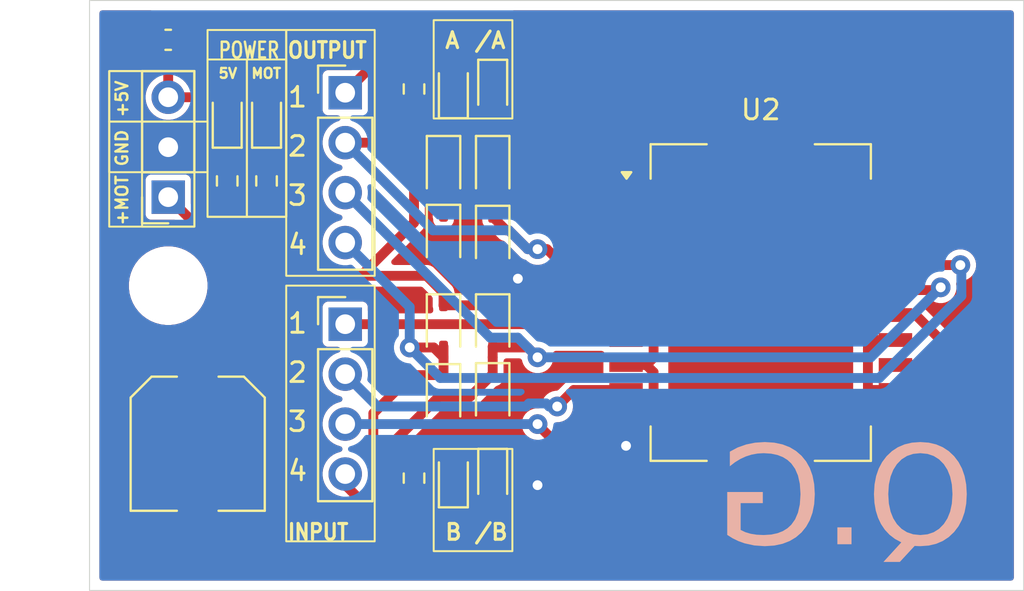
<source format=kicad_pcb>
(kicad_pcb (version 20241229) (generator "pcbnew") (generator_version "9.0")
  (layers (0 "F.Cu" signal) (2 "B.Cu" signal) (13 "F.Paste" user) (15 "B.Paste" user) (5 "F.SilkS" user "F.Silkscreen") (7 "B.SilkS" user "B.Silkscreen") (1 "F.Mask" user) (3 "B.Mask" user) (25 "Edge.Cuts" user))
  (net 0 "")
  (net 1 "+5V")
  (net 2 "GND")
  (net 3 "+24V")
  (net 4 "out_bobine1")
  (net 5 "out_bobine2")
  (net 6 "out_bobine3")
  (net 7 "out_bobine4")
  (net 8 "Net-(D14-K)")
  (net 9 "Net-(D15-A)")
  (net 10 "Net-(D17-A)")
  (net 11 "Net-(D19-K)")
  (net 12 "alim_bobine2")
  (net 13 "alim_bobine1")
  (net 14 "alim_bobine4")
  (net 15 "alim_bobine3")
  (footprint "Resistor_SMD:R_0603_1608Metric" (layer "F.Cu") (at 135.72 66.6425 -90)
    (property "Reference" "R5" (hide yes))
    (property "Value" "10K" (hide yes))
    (fp_line (start -0.237258 0.5225) (end 0.237258 0.5225) (stroke (width 0.12)) (layer "F.SilkS"))
    (fp_line (start -0.237258 -0.5225) (end 0.237258 -0.5225) (stroke (width 0.12)) (layer "F.SilkS"))
    (pad "1" smd roundrect (at -0.825 0 270) (size 0.8 0.95) (layers "F.Cu" "F.Mask" "F.Paste") (net 9 "Net-(D15-A)"))
    (pad "2" smd roundrect (at 0.825 0 270) (size 0.8 0.95) (layers "F.Cu" "F.Mask" "F.Paste") (net 6 "out_bobine3"))
  )
  (footprint "Diode_SMD:D_SOD-323" (layer "F.Cu") (at 139.72 58.905 -90)
    (property "Reference" "D5" (hide yes))
    (property "Value" "D" (hide yes))
    (fp_line (start -1.61 0.85) (end 1.05 0.85) (stroke (width 0.12)) (layer "F.SilkS"))
    (fp_line (start -1.61 -0.85) (end -1.61 0.85) (stroke (width 0.12)) (layer "F.SilkS"))
    (fp_line (start -1.61 -0.85) (end 1.05 -0.85) (stroke (width 0.12)) (layer "F.SilkS"))
    (pad "1" smd roundrect (at -1.05 0 270) (size 0.6 0.45) (layers "F.Cu" "F.Mask" "F.Paste") (net 3 "+24V"))
    (pad "2" smd roundrect (at 1.05 0 270) (size 0.6 0.45) (layers "F.Cu" "F.Mask" "F.Paste") (net 6 "out_bobine3"))
  )
  (footprint "Diode_SMD:D_SOD-323" (layer "F.Cu") (at 139.72 54.405 -90)
    (property "Reference" "D4" (hide yes))
    (property "Value" "D" (hide yes))
    (fp_line (start -1.61 0.85) (end 1.05 0.85) (stroke (width 0.12)) (layer "F.SilkS"))
    (fp_line (start -1.61 -0.85) (end -1.61 0.85) (stroke (width 0.12)) (layer "F.SilkS"))
    (fp_line (start -1.61 -0.85) (end 1.05 -0.85) (stroke (width 0.12)) (layer "F.SilkS"))
    (pad "1" smd roundrect (at -1.05 0 270) (size 0.6 0.45) (layers "F.Cu" "F.Mask" "F.Paste") (net 5 "out_bobine2"))
    (pad "2" smd roundrect (at 1.05 0 270) (size 0.6 0.45) (layers "F.Cu" "F.Mask" "F.Paste") (net 2 "GND"))
  )
  (footprint "LED_SMD:LED_0603_1608Metric" (layer "F.Cu") (at 128.22 48.355 90)
    (property "Reference" "D14" (hide yes))
    (property "Value" "LED_Yellow" (hide yes))
    (fp_line (start 0.8 -0.735) (end -1.485 -0.735) (stroke (width 0.12)) (layer "F.SilkS"))
    (fp_line (start -1.485 -0.735) (end -1.485 0.735) (stroke (width 0.12)) (layer "F.SilkS"))
    (fp_line (start -1.485 0.735) (end 0.8 0.735) (stroke (width 0.12)) (layer "F.SilkS"))
    (pad "1" smd roundrect (at -0.7875 0 90) (size 0.875 0.95) (layers "F.Cu" "F.Mask" "F.Paste") (net 8 "Net-(D14-K)"))
    (pad "2" smd roundrect (at 0.7875 0 90) (size 0.875 0.95) (layers "F.Cu" "F.Mask" "F.Paste") (net 3 "+24V"))
  )
  (footprint "Package_SO:HSOP-20-1EP_11.0x15.9mm_P1.27mm_SlugDown" (layer "F.Cu") (at 153.35 57.715)
    (property "Reference" "U2" (at 0 -9.8 0) (layer "F.SilkS"))
    (property "Value" "L298P")
    (fp_line (start -5.6 -8.05) (end -5.6 -6.3) (stroke (width 0.12)) (layer "F.SilkS"))
    (fp_line (start -5.6 8.05) (end -5.6 6.3) (stroke (width 0.12)) (layer "F.SilkS"))
    (fp_line (start -2.75 -8.05) (end -5.6 -8.05) (stroke (width 0.12)) (layer "F.SilkS"))
    (fp_line (start -2.75 8.05) (end -5.6 8.05) (stroke (width 0.12)) (layer "F.SilkS"))
    (fp_line (start 5.6 -8.05) (end 2.75 -8.05) (stroke (width 0.12)) (layer "F.SilkS"))
    (fp_line (start 5.6 -8.05) (end 5.6 -6.3) (stroke (width 0.12)) (layer "F.SilkS"))
    (fp_line (start 5.6 8.05) (end 2.75 8.05) (stroke (width 0.12)) (layer "F.SilkS"))
    (fp_line (start 5.6 8.05) (end 5.6 6.3) (stroke (width 0.12)) (layer "F.SilkS"))
    (fp_poly (pts (xy -6.825 -6.3) (xy -7.065 -6.63) (xy -6.585 -6.63) (xy -6.825 -6.3)) (stroke (width 0.12)) (fill yes) (layer "F.SilkS"))
    (pad "1" smd rect (at -6.85 -5.715) (size 1.7 0.7) (layers "F.Cu" "F.Mask" "F.Paste") (net 2 "GND"))
    (pad "2" smd rect (at -6.85 -4.445) (size 1.7 0.7) (layers "F.Cu" "F.Mask" "F.Paste") (net 2 "GND"))
    (pad "3" smd rect (at -6.85 -3.175) (size 1.7 0.7) (layers "F.Cu" "F.Mask" "F.Paste"))
    (pad "4" smd rect (at -6.85 -1.905) (size 1.7 0.7) (layers "F.Cu" "F.Mask" "F.Paste") (net 4 "out_bobine1"))
    (pad "5" smd rect (at -6.85 -0.635) (size 1.7 0.7) (layers "F.Cu" "F.Mask" "F.Paste") (net 5 "out_bobine2"))
    (pad "6" smd rect (at -6.85 0.635) (size 1.7 0.7) (layers "F.Cu" "F.Mask" "F.Paste") (net 3 "+24V"))
    (pad "7" smd rect (at -6.85 1.905) (size 1.7 0.7) (layers "F.Cu" "F.Mask" "F.Paste") (net 13 "alim_bobine1"))
    (pad "8" smd rect (at -6.85 3.175) (size 1.7 0.7) (layers "F.Cu" "F.Mask" "F.Paste") (net 1 "+5V"))
    (pad "9" smd rect (at -6.85 4.445) (size 1.7 0.7) (layers "F.Cu" "F.Mask" "F.Paste") (net 12 "alim_bobine2"))
    (pad "10" smd rect (at -6.85 5.715) (size 1.7 0.7) (layers "F.Cu" "F.Mask" "F.Paste") (net 2 "GND"))
    (pad "11" smd rect (at 6.85 5.715) (size 1.7 0.7) (layers "F.Cu" "F.Mask" "F.Paste") (net 2 "GND"))
    (pad "12" smd rect (at 6.85 4.445) (size 1.7 0.7) (layers "F.Cu" "F.Mask" "F.Paste") (net 1 "+5V"))
    (pad "13" smd rect (at 6.85 3.175) (size 1.7 0.7) (layers "F.Cu" "F.Mask" "F.Paste") (net 15 "alim_bobine3"))
    (pad "14" smd rect (at 6.85 1.905) (size 1.7 0.7) (layers "F.Cu" "F.Mask" "F.Paste") (net 1 "+5V"))
    (pad "15" smd rect (at 6.85 0.635) (size 1.7 0.7) (layers "F.Cu" "F.Mask" "F.Paste") (net 14 "alim_bobine4"))
    (pad "16" smd rect (at 6.85 -0.635) (size 1.7 0.7) (layers "F.Cu" "F.Mask" "F.Paste") (net 6 "out_bobine3"))
    (pad "17" smd rect (at 6.85 -1.905) (size 1.7 0.7) (layers "F.Cu" "F.Mask" "F.Paste") (net 7 "out_bobine4"))
    (pad "18" smd rect (at 6.85 -3.175) (size 1.7 0.7) (layers "F.Cu" "F.Mask" "F.Paste"))
    (pad "19" smd rect (at 6.85 -4.445) (size 1.7 0.7) (layers "F.Cu" "F.Mask" "F.Paste") (net 2 "GND"))
    (pad "20" smd rect (at 6.85 -5.715) (size 1.7 0.7) (layers "F.Cu" "F.Mask" "F.Paste") (net 2 "GND"))
    (pad "21" smd rect (at 0 -8.125) (size 5 1.45) (layers "F.Cu" "F.Mask" "F.Paste"))
    (pad "21" smd rect (at 0 0) (size 9.4 14.8) (layers "F.Cu" "F.Mask" "F.Paste"))
    (pad "21" smd rect (at 0 8.125) (size 5 1.45) (layers "F.Cu" "F.Mask" "F.Paste"))
  )
  (footprint "" (layer "F.Cu") (at 123.22 56.855)
    (property "Reference" "" (at 0 0 0) (layer "F.SilkS") (effects (font (size 1.27 1.27))))
    (property "Value" "")
    (pad "" np_thru_hole circle (at 0 0 270) (size 3.5 3.5) (drill 3.5) (layers "*.Cu" "*.Mask"))
  )
  (footprint "Diode_SMD:D_SOD-323" (layer "F.Cu") (at 137.22 54.355 -90)
    (property "Reference" "D2" (hide yes))
    (property "Value" "D" (hide yes))
    (fp_line (start -1.61 0.85) (end 1.05 0.85) (stroke (width 0.12)) (layer "F.SilkS"))
    (fp_line (start -1.61 -0.85) (end -1.61 0.85) (stroke (width 0.12)) (layer "F.SilkS"))
    (fp_line (start -1.61 -0.85) (end 1.05 -0.85) (stroke (width 0.12)) (layer "F.SilkS"))
    (pad "1" smd roundrect (at -1.05 0 270) (size 0.6 0.45) (layers "F.Cu" "F.Mask" "F.Paste") (net 4 "out_bobine1"))
    (pad "2" smd roundrect (at 1.05 0 270) (size 0.6 0.45) (layers "F.Cu" "F.Mask" "F.Paste") (net 2 "GND"))
  )
  (footprint "Diode_SMD:D_SOD-323" (layer "F.Cu") (at 139.72 50.855 -90)
    (property "Reference" "D3" (hide yes))
    (property "Value" "D" (hide yes))
    (fp_line (start -1.61 0.85) (end 1.05 0.85) (stroke (width 0.12)) (layer "F.SilkS"))
    (fp_line (start -1.61 -0.85) (end -1.61 0.85) (stroke (width 0.12)) (layer "F.SilkS"))
    (fp_line (start -1.61 -0.85) (end 1.05 -0.85) (stroke (width 0.12)) (layer "F.SilkS"))
    (pad "1" smd roundrect (at -1.05 0 270) (size 0.6 0.45) (layers "F.Cu" "F.Mask" "F.Paste") (net 3 "+24V"))
    (pad "2" smd roundrect (at 1.05 0 270) (size 0.6 0.45) (layers "F.Cu" "F.Mask" "F.Paste") (net 5 "out_bobine2"))
  )
  (footprint "LED_SMD:LED_0603_1608Metric" (layer "F.Cu") (at 137.72 46.855 90)
    (property "Reference" "D18" (hide yes))
    (property "Value" "LED_Blue" (hide yes))
    (fp_line (start 0.8 -0.735) (end -1.485 -0.735) (stroke (width 0.12)) (layer "F.SilkS"))
    (fp_line (start -1.485 -0.735) (end -1.485 0.735) (stroke (width 0.12)) (layer "F.SilkS"))
    (fp_line (start -1.485 0.735) (end 0.8 0.735) (stroke (width 0.12)) (layer "F.SilkS"))
    (pad "1" smd roundrect (at -0.7875 0 90) (size 0.875 0.95) (layers "F.Cu" "F.Mask" "F.Paste") (net 10 "Net-(D17-A)"))
    (pad "2" smd roundrect (at 0.7875 0 90) (size 0.875 0.95) (layers "F.Cu" "F.Mask" "F.Paste") (net 4 "out_bobine1"))
  )
  (footprint "Diode_SMD:D_SOD-323" (layer "F.Cu") (at 139.72 62.405 -90)
    (property "Reference" "D7" (hide yes))
    (property "Value" "D" (hide yes))
    (fp_line (start -1.61 0.85) (end 1.05 0.85) (stroke (width 0.12)) (layer "F.SilkS"))
    (fp_line (start -1.61 -0.85) (end -1.61 0.85) (stroke (width 0.12)) (layer "F.SilkS"))
    (fp_line (start -1.61 -0.85) (end 1.05 -0.85) (stroke (width 0.12)) (layer "F.SilkS"))
    (pad "1" smd roundrect (at -1.05 0 270) (size 0.6 0.45) (layers "F.Cu" "F.Mask" "F.Paste") (net 6 "out_bobine3"))
    (pad "2" smd roundrect (at 1.05 0 270) (size 0.6 0.45) (layers "F.Cu" "F.Mask" "F.Paste") (net 2 "GND"))
  )
  (footprint "Connector_PinSocket_2.54mm:PinSocket_1x03_P2.54mm_Vertical" (layer "F.Cu") (at 123.22 52.355 180)
    (property "Reference" "J3" (hide yes))
    (property "Value" "Screw_Terminal_01x03")
    (fp_line (start 1.33 1.27) (end 1.33 6.41) (stroke (width 0.12)) (layer "F.SilkS"))
    (fp_line (start 1.33 -1.33) (end 1.33 0) (stroke (width 0.12)) (layer "F.SilkS"))
    (fp_line (start 0 -1.33) (end 1.33 -1.33) (stroke (width 0.12)) (layer "F.SilkS"))
    (fp_line (start -1.33 6.41) (end 1.33 6.41) (stroke (width 0.12)) (layer "F.SilkS"))
    (fp_line (start -1.33 1.27) (end 1.33 1.27) (stroke (width 0.12)) (layer "F.SilkS"))
    (fp_line (start -1.33 1.27) (end -1.33 6.41) (stroke (width 0.12)) (layer "F.SilkS"))
    (pad "1" thru_hole rect (at 0 0 180) (size 1.7 1.7) (drill 1) (layers "*.Cu" "*.Mask") (net 3 "+24V"))
    (pad "2" thru_hole circle (at 0 2.54 180) (size 1.7 1.7) (drill 1) (layers "*.Cu" "*.Mask") (net 2 "GND"))
    (pad "3" thru_hole circle (at 0 5.08 180) (size 1.7 1.7) (drill 1) (layers "*.Cu" "*.Mask") (net 1 "+5V"))
  )
  (footprint "LED_SMD:LED_0603_1608Metric" (layer "F.Cu") (at 137.72 66.6425 90)
    (property "Reference" "D15" (hide yes))
    (property "Value" "LED_Blue" (hide yes))
    (fp_line (start 0.8 -0.735) (end -1.485 -0.735) (stroke (width 0.12)) (layer "F.SilkS"))
    (fp_line (start -1.485 -0.735) (end -1.485 0.735) (stroke (width 0.12)) (layer "F.SilkS"))
    (fp_line (start -1.485 0.735) (end 0.8 0.735) (stroke (width 0.12)) (layer "F.SilkS"))
    (pad "1" smd roundrect (at -0.7875 0 90) (size 0.875 0.95) (layers "F.Cu" "F.Mask" "F.Paste") (net 7 "out_bobine4"))
    (pad "2" smd roundrect (at 0.7875 0 90) (size 0.875 0.95) (layers "F.Cu" "F.Mask" "F.Paste") (net 9 "Net-(D15-A)"))
  )
  (footprint "Resistor_SMD:R_0603_1608Metric" (layer "F.Cu") (at 128.22 51.53 -90)
    (property "Reference" "R4" (hide yes))
    (property "Value" "10K" (hide yes))
    (fp_line (start -0.237258 0.5225) (end 0.237258 0.5225) (stroke (width 0.12)) (layer "F.SilkS"))
    (fp_line (start -0.237258 -0.5225) (end 0.237258 -0.5225) (stroke (width 0.12)) (layer "F.SilkS"))
    (pad "1" smd roundrect (at -0.825 0 270) (size 0.8 0.95) (layers "F.Cu" "F.Mask" "F.Paste") (net 8 "Net-(D14-K)"))
    (pad "2" smd roundrect (at 0.825 0 270) (size 0.8 0.95) (layers "F.Cu" "F.Mask" "F.Paste") (net 2 "GND"))
  )
  (footprint "LED_SMD:LED_0603_1608Metric" (layer "F.Cu") (at 139.72 66.6425 -90)
    (property "Reference" "D16" (hide yes))
    (property "Value" "LED_Blue" (hide yes))
    (fp_line (start -1.485 0.735) (end 0.8 0.735) (stroke (width 0.12)) (layer "F.SilkS"))
    (fp_line (start -1.485 -0.735) (end -1.485 0.735) (stroke (width 0.12)) (layer "F.SilkS"))
    (fp_line (start 0.8 -0.735) (end -1.485 -0.735) (stroke (width 0.12)) (layer "F.SilkS"))
    (pad "1" smd roundrect (at -0.7875 0 270) (size 0.875 0.95) (layers "F.Cu" "F.Mask" "F.Paste") (net 9 "Net-(D15-A)"))
    (pad "2" smd roundrect (at 0.7875 0 270) (size 0.875 0.95) (layers "F.Cu" "F.Mask" "F.Paste") (net 7 "out_bobine4"))
  )
  (footprint "Diode_SMD:D_SOD-323" (layer "F.Cu") (at 137.22 62.455 -90)
    (property "Reference" "D8" (hide yes))
    (property "Value" "D" (hide yes))
    (fp_line (start -1.61 0.85) (end 1.05 0.85) (stroke (width 0.12)) (layer "F.SilkS"))
    (fp_line (start -1.61 -0.85) (end -1.61 0.85) (stroke (width 0.12)) (layer "F.SilkS"))
    (fp_line (start -1.61 -0.85) (end 1.05 -0.85) (stroke (width 0.12)) (layer "F.SilkS"))
    (pad "1" smd roundrect (at -1.05 0 270) (size 0.6 0.45) (layers "F.Cu" "F.Mask" "F.Paste") (net 7 "out_bobine4"))
    (pad "2" smd roundrect (at 1.05 0 270) (size 0.6 0.45) (layers "F.Cu" "F.Mask" "F.Paste") (net 2 "GND"))
  )
  (footprint "Connector_PinHeader_2.54mm:PinHeader_1x04_P2.54mm_Vertical" (layer "F.Cu") (at 132.22 58.815)
    (property "Reference" "J2" (hide yes))
    (property "Value" "Screw_Terminal_01x04")
    (fp_line (start -1.38 -1.38) (end 0 -1.38) (stroke (width 0.12)) (layer "F.SilkS"))
    (fp_line (start -1.38 0) (end -1.38 -1.38) (stroke (width 0.12)) (layer "F.SilkS"))
    (fp_line (start -1.38 1.27) (end -1.38 9) (stroke (width 0.12)) (layer "F.SilkS"))
    (fp_line (start -1.38 1.27) (end 1.38 1.27) (stroke (width 0.12)) (layer "F.SilkS"))
    (fp_line (start -1.38 9) (end 1.38 9) (stroke (width 0.12)) (layer "F.SilkS"))
    (fp_line (start 1.38 1.27) (end 1.38 9) (stroke (width 0.12)) (layer "F.SilkS"))
    (pad "1" thru_hole rect (at 0 0) (size 1.7 1.7) (drill 1) (layers "*.Cu" "*.Mask") (net 13 "alim_bobine1"))
    (pad "2" thru_hole circle (at 0 2.54) (size 1.7 1.7) (drill 1) (layers "*.Cu" "*.Mask") (net 12 "alim_bobine2"))
    (pad "3" thru_hole circle (at 0 5.08) (size 1.7 1.7) (drill 1) (layers "*.Cu" "*.Mask") (net 15 "alim_bobine3"))
    (pad "4" thru_hole circle (at 0 7.62) (size 1.7 1.7) (drill 1) (layers "*.Cu" "*.Mask") (net 14 "alim_bobine4"))
  )
  (footprint "Diode_SMD:D_SOD-323" (layer "F.Cu") (at 137.22 58.905 -90)
    (property "Reference" "D6" (hide yes))
    (property "Value" "D" (hide yes))
    (fp_line (start -1.61 0.85) (end 1.05 0.85) (stroke (width 0.12)) (layer "F.SilkS"))
    (fp_line (start -1.61 -0.85) (end -1.61 0.85) (stroke (width 0.12)) (layer "F.SilkS"))
    (fp_line (start -1.61 -0.85) (end 1.05 -0.85) (stroke (width 0.12)) (layer "F.SilkS"))
    (pad "1" smd roundrect (at -1.05 0 270) (size 0.6 0.45) (layers "F.Cu" "F.Mask" "F.Paste") (net 3 "+24V"))
    (pad "2" smd roundrect (at 1.05 0 270) (size 0.6 0.45) (layers "F.Cu" "F.Mask" "F.Paste") (net 7 "out_bobine4"))
  )
  (footprint "Capacitor_SMD:C_Elec_6.3x7.7" (layer "F.Cu") (at 124.72 64.8925 -90)
    (property "Reference" "C2" (hide yes))
    (property "Value" "~" (hide yes))
    (fp_line (start -2.345563 3.41) (end 3.41 3.41) (stroke (width 0.12)) (layer "F.SilkS"))
    (fp_line (start 3.41 3.41) (end 3.41 1.06) (stroke (width 0.12)) (layer "F.SilkS"))
    (fp_line (start -3.41 2.345563) (end -2.345563 3.41) (stroke (width 0.12)) (layer "F.SilkS"))
    (fp_line (start -3.41 2.345563) (end -3.41 1.06) (stroke (width 0.12)) (layer "F.SilkS"))
    (fp_line (start -3.41 -2.345563) (end -3.41 -1.06) (stroke (width 0.12)) (layer "F.SilkS"))
    (fp_line (start -3.41 -2.345563) (end -2.345563 -3.41) (stroke (width 0.12)) (layer "F.SilkS"))
    (fp_line (start -2.345563 -3.41) (end 3.41 -3.41) (stroke (width 0.12)) (layer "F.SilkS"))
    (fp_line (start 3.41 -3.41) (end 3.41 -1.06) (stroke (width 0.12)) (layer "F.SilkS"))
    (pad "1" smd roundrect (at -2.5375 0 270) (size 3.325 1.6) (layers "F.Cu" "F.Mask" "F.Paste") (roundrect_rratio 0.15625) (net 3 "+24V"))
    (pad "2" smd roundrect (at 2.5375 0 270) (size 3.325 1.6) (layers "F.Cu" "F.Mask" "F.Paste") (roundrect_rratio 0.15625) (net 2 "GND"))
  )
  (footprint "Capacitor_SMD:C_0603_1608Metric" (layer "F.Cu") (at 123.22 44.355 180)
    (property "Reference" "C1" (hide yes))
    (property "Value" "100nF" (hide yes))
    (fp_line (start -0.14058 0.51) (end 0.14058 0.51) (stroke (width 0.12)) (layer "F.SilkS"))
    (fp_line (start -0.14058 -0.51) (end 0.14058 -0.51) (stroke (width 0.12)) (layer "F.SilkS"))
    (pad "1" smd roundrect (at -0.775 0 180) (size 0.9 0.95) (layers "F.Cu" "F.Mask" "F.Paste") (net 2 "GND"))
    (pad "2" smd roundrect (at 0.775 0 180) (size 0.9 0.95) (layers "F.Cu" "F.Mask" "F.Paste") (net 1 "+5V"))
  )
  (footprint "Diode_SMD:D_SOD-323" (layer "F.Cu") (at 137.22 50.855 -90)
    (property "Reference" "D1" (hide yes))
    (property "Value" "D" (hide yes))
    (fp_line (start -1.61 0.85) (end 1.05 0.85) (stroke (width 0.12)) (layer "F.SilkS"))
    (fp_line (start -1.61 -0.85) (end -1.61 0.85) (stroke (width 0.12)) (layer "F.SilkS"))
    (fp_line (start -1.61 -0.85) (end 1.05 -0.85) (stroke (width 0.12)) (layer "F.SilkS"))
    (pad "1" smd roundrect (at -1.05 0 270) (size 0.6 0.45) (layers "F.Cu" "F.Mask" "F.Paste") (net 3 "+24V"))
    (pad "2" smd roundrect (at 1.05 0 270) (size 0.6 0.45) (layers "F.Cu" "F.Mask" "F.Paste") (net 4 "out_bobine1"))
  )
  (footprint "Resistor_SMD:R_0603_1608Metric" (layer "F.Cu") (at 126.22 51.53 -90)
    (property "Reference" "R3" (hide yes))
    (property "Value" "2.2K" (hide yes))
    (fp_line (start -0.237258 0.5225) (end 0.237258 0.5225) (stroke (width 0.12)) (layer "F.SilkS"))
    (fp_line (start -0.237258 -0.5225) (end 0.237258 -0.5225) (stroke (width 0.12)) (layer "F.SilkS"))
    (pad "1" smd roundrect (at -0.825 0 270) (size 0.8 0.95) (layers "F.Cu" "F.Mask" "F.Paste") (net 11 "Net-(D19-K)"))
    (pad "2" smd roundrect (at 0.825 0 270) (size 0.8 0.95) (layers "F.Cu" "F.Mask" "F.Paste") (net 2 "GND"))
  )
  (footprint "LED_SMD:LED_0603_1608Metric" (layer "F.Cu") (at 139.72 46.855 -90)
    (property "Reference" "D17" (hide yes))
    (property "Value" "LED_Blue" (hide yes))
    (fp_line (start -1.485 0.735) (end 0.8 0.735) (stroke (width 0.12)) (layer "F.SilkS"))
    (fp_line (start -1.485 -0.735) (end -1.485 0.735) (stroke (width 0.12)) (layer "F.SilkS"))
    (fp_line (start 0.8 -0.735) (end -1.485 -0.735) (stroke (width 0.12)) (layer "F.SilkS"))
    (pad "1" smd roundrect (at -0.7875 0 270) (size 0.875 0.95) (layers "F.Cu" "F.Mask" "F.Paste") (net 4 "out_bobine1"))
    (pad "2" smd roundrect (at 0.7875 0 270) (size 0.875 0.95) (layers "F.Cu" "F.Mask" "F.Paste") (net 10 "Net-(D17-A)"))
  )
  (footprint "Connector_PinHeader_2.54mm:PinHeader_1x04_P2.54mm_Vertical" (layer "F.Cu") (at 132.22 47.045)
    (property "Reference" "J1" (hide yes))
    (property "Value" "Screw_Terminal_01x04")
    (fp_line (start -1.38 -1.38) (end 0 -1.38) (stroke (width 0.12)) (layer "F.SilkS"))
    (fp_line (start -1.38 0) (end -1.38 -1.38) (stroke (width 0.12)) (layer "F.SilkS"))
    (fp_line (start -1.38 1.27) (end -1.38 9) (stroke (width 0.12)) (layer "F.SilkS"))
    (fp_line (start -1.38 1.27) (end 1.38 1.27) (stroke (width 0.12)) (layer "F.SilkS"))
    (fp_line (start -1.38 9) (end 1.38 9) (stroke (width 0.12)) (layer "F.SilkS"))
    (fp_line (start 1.38 1.27) (end 1.38 9) (stroke (width 0.12)) (layer "F.SilkS"))
    (pad "1" thru_hole rect (at 0 0) (size 1.7 1.7) (drill 1) (layers "*.Cu" "*.Mask") (net 4 "out_bobine1"))
    (pad "2" thru_hole circle (at 0 2.54) (size 1.7 1.7) (drill 1) (layers "*.Cu" "*.Mask") (net 5 "out_bobine2"))
    (pad "3" thru_hole circle (at 0 5.08) (size 1.7 1.7) (drill 1) (layers "*.Cu" "*.Mask") (net 6 "out_bobine3"))
    (pad "4" thru_hole circle (at 0 7.62) (size 1.7 1.7) (drill 1) (layers "*.Cu" "*.Mask") (net 7 "out_bobine4"))
  )
  (footprint "LED_SMD:LED_0603_1608Metric" (layer "F.Cu") (at 126.22 48.355 90)
    (property "Reference" "D19" (hide yes))
    (property "Value" "LED_Yellow" (hide yes))
    (fp_line (start 0.8 -0.735) (end -1.485 -0.735) (stroke (width 0.12)) (layer "F.SilkS"))
    (fp_line (start -1.485 -0.735) (end -1.485 0.735) (stroke (width 0.12)) (layer "F.SilkS"))
    (fp_line (start -1.485 0.735) (end 0.8 0.735) (stroke (width 0.12)) (layer "F.SilkS"))
    (pad "1" smd roundrect (at -0.7875 0 90) (size 0.875 0.95) (layers "F.Cu" "F.Mask" "F.Paste") (net 11 "Net-(D19-K)"))
    (pad "2" smd roundrect (at 0.7875 0 90) (size 0.875 0.95) (layers "F.Cu" "F.Mask" "F.Paste") (net 1 "+5V"))
  )
  (footprint "Resistor_SMD:R_0603_1608Metric" (layer "F.Cu") (at 135.72 46.855 -90)
    (property "Reference" "R6" (hide yes))
    (property "Value" "10K" (hide yes))
    (fp_line (start -0.237258 0.5225) (end 0.237258 0.5225) (stroke (width 0.12)) (layer "F.SilkS"))
    (fp_line (start -0.237258 -0.5225) (end 0.237258 -0.5225) (stroke (width 0.12)) (layer "F.SilkS"))
    (pad "1" smd roundrect (at -0.825 0 270) (size 0.8 0.95) (layers "F.Cu" "F.Mask" "F.Paste") (net 10 "Net-(D17-A)"))
    (pad "2" smd roundrect (at 0.825 0 270) (size 0.8 0.95) (layers "F.Cu" "F.Mask" "F.Paste") (net 5 "out_bobine2"))
  )
  (gr_rect (start 120.22 48.515) (end 121.89 51.085) (stroke (width 0.1)) (fill no) (layer "F.SilkS"))
  (gr_rect (start 120.22 45.945) (end 124.55 48.515) (stroke (width 0.1)) (fill no) (layer "F.SilkS"))
  (gr_rect (start 121.89 51.085) (end 124.55 53.855) (stroke (width 0.1)) (fill no) (layer "F.SilkS"))
  (gr_rect (start 136.72 43.355) (end 140.72 48.355) (stroke (width 0.1)) (fill no) (layer "F.SilkS"))
  (gr_rect (start 129.22 56.855) (end 133.72 69.855) (stroke (width 0.1)) (fill no) (layer "F.SilkS"))
  (gr_rect (start 120.22 45.945) (end 124.55 53.855) (stroke (width 0.1)) (fill no) (layer "F.SilkS"))
  (gr_rect (start 129.22 43.855) (end 133.72 56.355) (stroke (width 0.1)) (fill no) (layer "F.SilkS"))
  (gr_rect (start 125.22 43.855) (end 129.22 53.355) (stroke (width 0.1)) (fill no) (layer "F.SilkS"))
  (gr_rect (start 125.22 45.355) (end 127.22 53.355) (stroke (width 0.1)) (fill no) (layer "F.SilkS"))
  (gr_rect (start 136.72 65.1575) (end 140.72 70.355) (stroke (width 0.1)) (fill no) (layer "F.SilkS"))
  (gr_rect (start 121.89 48.515) (end 125.22 51.085) (stroke (width 0.1)) (fill no) (layer "F.SilkS"))
  (gr_rect (start 127.22 45.355) (end 129.22 53.355) (stroke (width 0.1)) (fill no) (layer "F.SilkS"))
  (gr_rect (start 119.22 42.355) (end 166.72 72.355) (stroke (width 0.05)) (fill no) (layer "Edge.Cuts"))
  (gr_text "GND" (at 121.22 50.855 90) (layer "F.SilkS") (effects (font (size 0.6 0.6) (thickness 0.125) (bold yes)) (justify left bottom)))
  (gr_text "B" (at 137.22 69.855 0) (layer "F.SilkS") (effects (font (size 0.8 0.8) (thickness 0.16) (bold yes)) (justify left bottom)))
  (gr_text "/B" (at 138.72 69.855 0) (layer "F.SilkS") (effects (font (size 0.8 0.8) (thickness 0.16) (bold yes)) (justify left bottom)))
  (gr_text "5V  MOT " (at 125.72 46.355 0) (layer "F.SilkS") (effects (font (size 0.5 0.5) (thickness 0.125) (bold yes)) (justify left bottom)))
  (gr_text "3" (at 129.22 64.355 0) (layer "F.SilkS") (effects (font (size 1 1)) (justify left bottom)))
  (gr_text "POWER" (at 125.72 45.355 0) (layer "F.SilkS") (effects (font (size 0.8 0.6) (thickness 0.125) (bold yes)) (justify left bottom)))
  (gr_text "/A" (at 138.72 44.855 0) (layer "F.SilkS") (effects (font (size 0.8 0.8) (thickness 0.16) (bold yes)) (justify left bottom)))
  (gr_text "4" (at 129.22 66.855 0) (layer "F.SilkS") (effects (font (size 1 1)) (justify left bottom)))
  (gr_text "2" (at 129.22 61.855 0) (layer "F.SilkS") (effects (font (size 1 1)) (justify left bottom)))
  (gr_text "+MOT" (at 121.22 53.855 90) (layer "F.SilkS") (effects (font (size 0.6 0.6) (thickness 0.125) (bold yes)) (justify left bottom)))
  (gr_text "INPUT" (at 129.22 69.855 0) (layer "F.SilkS") (effects (font (size 0.8 0.7) (thickness 0.16) (bold yes)) (justify left bottom)))
  (gr_text "+5V" (at 121.22 48.355 90) (layer "F.SilkS") (effects (font (size 0.6 0.6) (thickness 0.125) (bold yes)) (justify left bottom)))
  (gr_text "A" (at 137.22 44.855 0) (layer "F.SilkS") (effects (font (size 0.8 0.8) (thickness 0.16) (bold yes)) (justify left bottom)))
  (gr_text "4" (at 129.22 55.355 0) (layer "F.SilkS") (effects (font (size 1 1)) (justify left bottom)))
  (gr_text "1" (at 129.22 59.355 0) (layer "F.SilkS") (effects (font (size 1 1)) (justify left bottom)))
  (gr_text "2" (at 129.22 50.355 0) (layer "F.SilkS") (effects (font (size 1 1)) (justify left bottom)))
  (gr_text "3" (at 129.22 52.855 0) (layer "F.SilkS") (effects (font (size 1 1)) (justify left bottom)))
  (gr_text "OUTPUT" (at 129.22 45.355 0) (layer "F.SilkS") (effects (font (size 0.8 0.7) (thickness 0.16) (bold yes)) (justify left bottom)))
  (gr_text "1" (at 129.22 47.855 0) (layer "F.SilkS") (effects (font (size 1 1)) (justify left bottom)))
  (gr_text "Q.G" (at 164.22 70.855 0) (layer "B.SilkS") (effects (font (size 5 5) (thickness 0.1)) (justify left bottom mirror)))
  (segment (start 158.601 62.409) (end 158.601 65.399) (width 0.5) (layer "F.Cu") (net 1))
  (segment (start 159.168 59.62) (end 158.799 59.989) (width 0.5) (layer "F.Cu") (net 1))
  (segment (start 125.9275 47.275) (end 126.22 47.5675) (width 0.5) (layer "F.Cu") (net 1))
  (segment (start 146.5 60.89) (end 147.532 60.89) (width 0.5) (layer "F.Cu") (net 1))
  (segment (start 122.445 43.88) (end 122.445 44.355) (width 0.5) (layer "F.Cu") (net 1))
  (segment (start 140.131 43.329) (end 122.996 43.329) (width 0.5) (layer "F.Cu") (net 1))
  (segment (start 158.799 62.109) (end 158.85 62.16) (width 0.5) (layer "F.Cu") (net 1))
  (segment (start 158.85 62.16) (end 158.601 62.409) (width 0.5) (layer "F.Cu") (net 1))
  (segment (start 147.901 66.401) (end 147.901 61.259) (width 0.5) (layer "F.Cu") (net 1))
  (segment (start 149 67.5) (end 147.901 66.401) (width 0.5) (layer "F.Cu") (net 1))
  (segment (start 147.901 61.259) (end 147.532 60.89) (width 0.5) (layer "F.Cu") (net 1))
  (segment (start 123.22 47.275) (end 125.9275 47.275) (width 0.5) (layer "F.Cu") (net 1))
  (segment (start 160.2 62.16) (end 158.85 62.16) (width 0.5) (layer "F.Cu") (net 1))
  (segment (start 156.5 67.5) (end 149 67.5) (width 0.5) (layer "F.Cu") (net 1))
  (segment (start 160.2 59.62) (end 159.168 59.62) (width 0.5) (layer "F.Cu") (net 1))
  (segment (start 158.601 65.399) (end 156.5 67.5) (width 0.5) (layer "F.Cu") (net 1))
  (segment (start 147.901 60.521) (end 147.901 51.099) (width 0.5) (layer "F.Cu") (net 1))
  (segment (start 158.799 59.989) (end 158.799 62.109) (width 0.5) (layer "F.Cu") (net 1))
  (segment (start 147.532 60.89) (end 147.901 60.521) (width 0.5) (layer "F.Cu") (net 1))
  (segment (start 123.22 47.275) (end 123.22 45.52) (width 0.5) (layer "F.Cu") (net 1))
  (segment (start 122.996 43.329) (end 122.445 43.88) (width 0.5) (layer "F.Cu") (net 1))
  (segment (start 122.445 44.745) (end 122.445 44.355) (width 0.5) (layer "F.Cu") (net 1))
  (segment (start 147.901 51.099) (end 140.131 43.329) (width 0.5) (layer "F.Cu") (net 1))
  (segment (start 123.22 45.52) (end 122.445 44.745) (width 0.5) (layer "F.Cu") (net 1))
  (segment (start 146.5 53.27) (end 146.5 52) (width 0.5) (layer "F.Cu") (net 2))
  (segment (start 137.22 55.405) (end 139.67 55.405) (width 0.5) (layer "F.Cu") (net 2))
  (segment (start 137.22 63.505) (end 139.67 63.505) (width 0.5) (layer "F.Cu") (net 2))
  (segment (start 139.67 55.405) (end 139.72 55.455) (width 0.5) (layer "F.Cu") (net 2))
  (segment (start 160.2 53.27) (end 160.2 52) (width 0.5) (layer "F.Cu") (net 2))
  (segment (start 139.67 63.505) (end 139.72 63.455) (width 0.5) (layer "F.Cu") (net 2))
  (via (at 142 67) (size 1) (drill 0.5) (layers "F.Cu" "B.Cu") (net 2))
  (via (at 146.5 65) (size 1) (drill 0.5) (layers "F.Cu" "B.Cu") (net 2))
  (via (at 141 56.5) (size 1) (drill 0.5) (layers "F.Cu" "B.Cu") (net 2))
  (segment (start 144.697214 58.35) (end 146.5 58.35) (width 0.5) (layer "F.Cu") (net 3))
  (segment (start 124.72 62.355) (end 124.72 61.054353) (width 0.5) (layer "F.Cu") (net 3))
  (segment (start 128.22 47.5675) (end 130.22 49.5675) (width 0.5) (layer "F.Cu") (net 3))
  (segment (start 127.22 56.355) (end 125.72 54.855) (width 0.5) (layer "F.Cu") (net 3))
  (segment (start 137.22 57.22) (end 136.355 56.355) (width 0.5) (layer "F.Cu") (net 3))
  (segment (start 133.0197 56.355) (end 130.22 56.355) (width 0.5) (layer "F.Cu") (net 3))
  (segment (start 137.22 49.805) (end 135.72 51.305) (width 0.5) (layer "F.Cu") (net 3))
  (segment (start 127.22 58.554353) (end 127.22 56.355) (width 0.5) (layer "F.Cu") (net 3))
  (segment (start 137.22 49.805) (end 139.72 49.805) (width 0.5) (layer "F.Cu") (net 3))
  (segment (start 139.5 57.855) (end 139.72 57.855) (width 0.5) (layer "F.Cu") (net 3))
  (segment (start 144.202214 57.855) (end 144.697214 58.35) (width 0.5) (layer "F.Cu") (net 3))
  (segment (start 130.22 56.355) (end 127.22 56.355) (width 0.5) (layer "F.Cu") (net 3))
  (segment (start 135.72 51.305) (end 135.72 53.6547) (width 0.5) (layer "F.Cu") (net 3))
  (segment (start 137.22 57.855) (end 139.5 57.855) (width 0.5) (layer "F.Cu") (net 3))
  (segment (start 124.72 61.054353) (end 127.22 58.554353) (width 0.5) (layer "F.Cu") (net 3))
  (segment (start 123.22 52.355) (end 125.72 54.855) (width 0.5) (layer "F.Cu") (net 3))
  (segment (start 130.22 49.5675) (end 130.22 56.355) (width 0.5) (layer "F.Cu") (net 3))
  (segment (start 136.355 56.355) (end 133.0197 56.355) (width 0.5) (layer "F.Cu") (net 3))
  (segment (start 139.5 57.855) (end 144.202214 57.855) (width 0.5) (layer "F.Cu") (net 3))
  (segment (start 135.72 53.6547) (end 133.0197 56.355) (width 0.5) (layer "F.Cu") (net 3))
  (segment (start 137.22 57.855) (end 137.22 57.22) (width 0.5) (layer "F.Cu") (net 3))
  (segment (start 141 50.075) (end 141 47.3475) (width 0.5) (layer "F.Cu") (net 4))
  (segment (start 145.256339 55.81) (end 140.72 51.273661) (width 0.5) (layer "F.Cu") (net 4))
  (segment (start 140.72 50.355) (end 141 50.075) (width 0.5) (layer "F.Cu") (net 4))
  (segment (start 137.22 52.355) (end 137.22 51.905) (width 0.5) (layer "F.Cu") (net 4))
  (segment (start 140.72 51.273661) (end 140.72 50.355) (width 0.5) (layer "F.Cu") (net 4))
  (segment (start 136.6525 45) (end 137.72 46.0675) (width 0.5) (layer "F.Cu") (net 4))
  (segment (start 141 47.3475) (end 139.72 46.0675) (width 0.5) (layer "F.Cu") (net 4))
  (segment (start 140.22 50.855) (end 140.72 50.355) (width 0.5) (layer "F.Cu") (net 4))
  (segment (start 138.72 50.855) (end 140.22 50.855) (width 0.5) (layer "F.Cu") (net 4))
  (segment (start 137.72 46.0675) (end 139.72 46.0675) (width 0.5) (layer "F.Cu") (net 4))
  (segment (start 137.22 53.305) (end 137.22 52.355) (width 0.5) (layer "F.Cu") (net 4))
  (segment (start 132.22 47.045) (end 134.265 45) (width 0.5) (layer "F.Cu") (net 4))
  (segment (start 137.22 52.355) (end 138.72 50.855) (width 0.5) (layer "F.Cu") (net 4))
  (segment (start 134.265 45) (end 136.6525 45) (width 0.5) (layer "F.Cu") (net 4))
  (segment (start 146.5 55.81) (end 145.256339 55.81) (width 0.5) (layer "F.Cu") (net 4))
  (segment (start 144.56 57.08) (end 146.5 57.08) (width 0.5) (layer "F.Cu") (net 5))
  (segment (start 141.5 55) (end 140.54 54.04) (width 0.5) (layer "F.Cu") (net 5))
  (segment (start 142 55) (end 141.5 55) (width 0.5) (layer "F.Cu") (net 5))
  (segment (start 132.22 49.585) (end 133.815 49.585) (width 0.5) (layer "F.Cu") (net 5))
  (segment (start 142.48 55) (end 144.56 57.08) (width 0.5) (layer "F.Cu") (net 5))
  (segment (start 140.405 54.04) (end 139.72 53.355) (width 0.5) (layer "F.Cu") (net 5))
  (segment (start 140.54 54.04) (end 140.405 54.04) (width 0.5) (layer "F.Cu") (net 5))
  (segment (start 133.815 49.585) (end 135.72 47.68) (width 0.5) (layer "F.Cu") (net 5))
  (segment (start 142 55) (end 142.48 55) (width 0.5) (layer "F.Cu") (net 5))
  (segment (start 139.72 53.355) (end 139.72 51.905) (width 0.5) (layer "F.Cu") (net 5))
  (via (at 142 55) (size 1) (drill 0.5) (layers "F.Cu" "B.Cu") (net 5))
  (segment (start 142 55) (end 141.5 55) (width 0.5) (layer "B.Cu") (net 5))
  (segment (start 141.5 55) (end 140.54 54.04) (width 0.5) (layer "B.Cu") (net 5))
  (segment (start 136.675 54.04) (end 132.22 49.585) (width 0.5) (layer "B.Cu") (net 5))
  (segment (start 140.54 54.04) (end 136.675 54.04) (width 0.5) (layer "B.Cu") (net 5))
  (segment (start 162.5 56.942169) (end 162.362169 57.08) (width 0.5) (layer "F.Cu") (net 6))
  (segment (start 134.9675 67.4675) (end 135.72 67.4675) (width 0.5) (layer "F.Cu") (net 6))
  (segment (start 139.72 61.355) (end 138.575 62.5) (width 0.5) (layer "F.Cu") (net 6))
  (segment (start 139.765 60) (end 139.72 59.955) (width 0.5) (layer "F.Cu") (net 6))
  (segment (start 134.694 67.194) (end 134.9675 67.4675) (width 0.5) (layer "F.Cu") (net 6))
  (segment (start 136.983552 62.5) (end 134.694 64.789552) (width 0.5) (layer "F.Cu") (net 6))
  (segment (start 139.72 60.5) (end 139.72 61.355) (width 0.5) (layer "F.Cu") (net 6))
  (segment (start 138.575 62.5) (end 136.983552 62.5) (width 0.5) (layer "F.Cu") (net 6))
  (segment (start 134.694 64.789552) (end 134.694 67.194) (width 0.5) (layer "F.Cu") (net 6))
  (segment (start 141.5 60) (end 139.765 60) (width 0.5) (layer "F.Cu") (net 6))
  (segment (start 162.362169 57.08) (end 160.2 57.08) (width 0.5) (layer "F.Cu") (net 6))
  (segment (start 139.72 59.955) (end 139.72 60.5) (width 0.5) (layer "F.Cu") (net 6))
  (segment (start 142 60.5) (end 141.5 60) (width 0.5) (layer "F.Cu") (net 6))
  (via (at 162.5 56.942169) (size 1) (drill 0.5) (layers "F.Cu" "B.Cu") (net 6))
  (via (at 142 60.5) (size 1) (drill 0.5) (layers "F.Cu" "B.Cu") (net 6))
  (segment (start 158.942169 60.5) (end 162.5 56.942169) (width 0.5) (layer "B.Cu") (net 6))
  (segment (start 142 60.5) (end 141 59.5) (width 0.5) (layer "B.Cu") (net 6))
  (segment (start 139.595 59.5) (end 132.22 52.125) (width 0.5) (layer "B.Cu") (net 6))
  (segment (start 142 60.5) (end 158.942169 60.5) (width 0.5) (layer "B.Cu") (net 6))
  (segment (start 141 59.5) (end 139.595 59.5) (width 0.5) (layer "B.Cu") (net 6))
  (segment (start 136.72 60) (end 137.22 60.5) (width 0.5) (layer "F.Cu") (net 7))
  (segment (start 137.22 60.5) (end 137.22 61.405) (width 0.5) (layer "F.Cu") (net 7))
  (segment (start 135.5 60) (end 136.72 60) (width 0.5) (layer "F.Cu") (net 7))
  (segment (start 139.72 67.43) (end 137.72 67.43) (width 0.5) (layer "F.Cu") (net 7))
  (segment (start 163.5 55.81) (end 160.2 55.81) (width 0.5) (layer "F.Cu") (net 7))
  (segment (start 136.65 68.5) (end 137.72 67.43) (width 0.5) (layer "F.Cu") (net 7))
  (segment (start 133.65 63.35) (end 133.65 67.285) (width 0.5) (layer "F.Cu") (net 7))
  (segment (start 133.65 67.285) (end 134.865 68.5) (width 0.5) (layer "F.Cu") (net 7))
  (segment (start 135.595 61.405) (end 133.65 63.35) (width 0.5) (layer "F.Cu") (net 7))
  (segment (start 137.22 61.405) (end 135.595 61.405) (width 0.5) (layer "F.Cu") (net 7))
  (segment (start 137.22 59.955) (end 137.22 60.5) (width 0.5) (layer "F.Cu") (net 7))
  (segment (start 134.865 68.5) (end 136.65 68.5) (width 0.5) (layer "F.Cu") (net 7))
  (via (at 135.5 60) (size 1) (drill 0.5) (layers "F.Cu" "B.Cu") (net 7))
  (via (at 163.5 55.81) (size 1) (drill 0.5) (layers "F.Cu" "B.Cu") (net 7))
  (segment (start 135.5 60) (end 135.5 57.945) (width 0.5) (layer "B.Cu") (net 7))
  (segment (start 163.551 57.377508) (end 163.551 55.861) (width 0.5) (layer "B.Cu") (net 7))
  (segment (start 159.377508 61.551) (end 163.551 57.377508) (width 0.5) (layer "B.Cu") (net 7))
  (segment (start 137.051 61.551) (end 159.377508 61.551) (width 0.5) (layer "B.Cu") (net 7))
  (segment (start 135.5 60) (end 137.051 61.551) (width 0.5) (layer "B.Cu") (net 7))
  (segment (start 163.551 55.861) (end 163.5 55.81) (width 0.5) (layer "B.Cu") (net 7))
  (segment (start 135.5 57.945) (end 132.22 54.665) (width 0.5) (layer "B.Cu") (net 7))
  (segment (start 128.22 50.705) (end 128.22 49.1425) (width 0.5) (layer "F.Cu") (net 8))
  (segment (start 135.72 65.8175) (end 137.6825 65.8175) (width 0.5) (layer "F.Cu") (net 9))
  (segment (start 137.6825 65.8175) (end 137.72 65.855) (width 0.5) (layer "F.Cu") (net 9))
  (segment (start 139.72 65.855) (end 137.72 65.855) (width 0.5) (layer "F.Cu") (net 9))
  (segment (start 135.895 46.03) (end 137.5075 47.6425) (width 0.5) (layer "F.Cu") (net 10))
  (segment (start 137.72 47.6425) (end 139.72 47.6425) (width 0.5) (layer "F.Cu") (net 10))
  (segment (start 135.72 46.03) (end 135.895 46.03) (width 0.5) (layer "F.Cu") (net 10))
  (segment (start 137.5075 47.6425) (end 137.72 47.6425) (width 0.5) (layer "F.Cu") (net 10))
  (segment (start 126.22 49.1425) (end 126.22 50.705) (width 0.5) (layer "F.Cu") (net 11))
  (segment (start 143.84 62.16) (end 146.5 62.16) (width 0.5) (layer "F.Cu") (net 12))
  (segment (start 143 63) (end 143.84 62.16) (width 0.5) (layer "F.Cu") (net 12))
  (via (at 143 63) (size 1) (drill 0.5) (layers "F.Cu" "B.Cu") (net 12))
  (segment (start 142.591339 63) (end 142.435339 62.844) (width 0.5) (layer "B.Cu") (net 12))
  (segment (start 141.564661 62.844) (end 141.408661 63) (width 0.5) (layer "B.Cu") (net 12))
  (segment (start 133.865 63) (end 132.22 61.355) (width 0.5) (layer "B.Cu") (net 12))
  (segment (start 143 63) (end 142.591339 63) (width 0.5) (layer "B.Cu") (net 12))
  (segment (start 141.408661 63) (end 133.865 63) (width 0.5) (layer "B.Cu") (net 12))
  (segment (start 142.435339 62.844) (end 141.564661 62.844) (width 0.5) (layer "B.Cu") (net 12))
  (segment (start 142.606339 59.62) (end 141.801339 58.815) (width 0.5) (layer "F.Cu") (net 13))
  (segment (start 141.801339 58.815) (end 132.22 58.815) (width 0.5) (layer "F.Cu") (net 13))
  (segment (start 146.5 59.62) (end 142.606339 59.62) (width 0.5) (layer "F.Cu") (net 13))
  (segment (start 135.732214 70.5) (end 159.5 70.5) (width 0.5) (layer "F.Cu") (net 14))
  (segment (start 163 67) (end 163 60.118) (width 0.5) (layer "F.Cu") (net 14))
  (segment (start 132.22 66.987786) (end 135.732214 70.5) (width 0.5) (layer "F.Cu") (net 14))
  (segment (start 159.5 70.5) (end 163 67) (width 0.5) (layer "F.Cu") (net 14))
  (segment (start 163 60.118) (end 161.232 58.35) (width 0.5) (layer "F.Cu") (net 14))
  (segment (start 161.232 58.35) (end 160.2 58.35) (width 0.5) (layer "F.Cu") (net 14))
  (segment (start 132.22 66.435) (end 132.22 66.987786) (width 0.5) (layer "F.Cu") (net 14))
  (segment (start 142 63.91671) (end 147.58329 69.5) (width 0.5) (layer "F.Cu") (net 15))
  (segment (start 162 65) (end 162 61.39) (width 0.5) (layer "F.Cu") (net 15))
  (segment (start 147.58329 69.5) (end 157.5 69.5) (width 0.5) (layer "F.Cu") (net 15))
  (segment (start 142 63.895) (end 142 63.91671) (width 0.5) (layer "F.Cu") (net 15))
  (segment (start 161.5 60.89) (end 160.2 60.89) (width 0.5) (layer "F.Cu") (net 15))
  (segment (start 157.5 69.5) (end 162 65) (width 0.5) (layer "F.Cu") (net 15))
  (segment (start 162 61.39) (end 161.5 60.89) (width 0.5) (layer "F.Cu") (net 15))
  (via (at 142 63.895) (size 1) (drill 0.5) (layers "F.Cu" "B.Cu") (net 15))
  (segment (start 142 63.895) (end 132.22 63.895) (width 0.5) (layer "B.Cu") (net 15))
  (zone (net 2) (net_name "GND") (layer "F.Cu") (connect_pads yes (clearance 0.3)) (min_thickness 0.3) (fill yes (thermal_gap 0.5) (thermal_bridge_width 0.5))
    (polygon (pts (xy 119.22 42.355) (xy 166.72 42.355) (xy 166.72 72.355) (xy 119.22 72.355)))
  )
  (zone (net 2) (net_name "GND") (layer "B.Cu") (priority 1) (connect_pads yes (clearance 0.3)) (min_thickness 0.3) (fill yes (thermal_gap 0.5) (thermal_bridge_width 0.5))
    (polygon (pts (xy 119.22 42.355) (xy 166.72 42.355) (xy 166.72 72.355) (xy 119.22 72.355)))
  )
)
</source>
